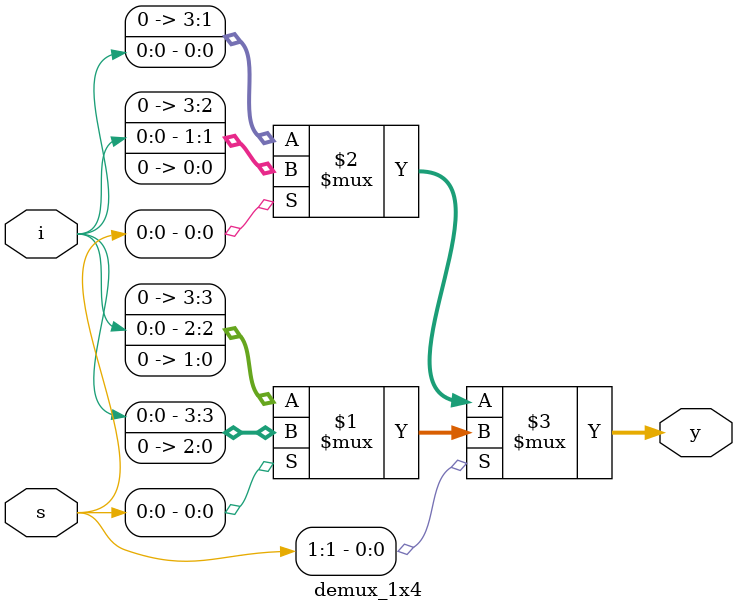
<source format=v>
module demux_1x4(input [1:0]s,input i,output [3:0]y);

assign {y[3:0]}=(s[1])?((s[0])?{i,1'b0,1'b0,1'b0}:{1'b0,i,1'b0,1'b0}):((s[0]?{1'b0,1'b0,i,1'b0}:{1'b0,1'b0,1'b0,i}));

endmodule 

</source>
